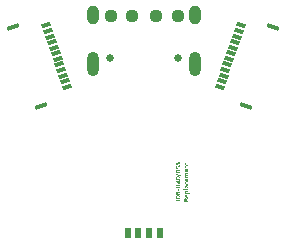
<source format=gbr>
%TF.GenerationSoftware,KiCad,Pcbnew,9.0.0*%
%TF.CreationDate,2025-08-30T20:51:20+01:00*%
%TF.ProjectId,040 055,30343020-3035-4352-9e6b-696361645f70,rev?*%
%TF.SameCoordinates,Original*%
%TF.FileFunction,Soldermask,Top*%
%TF.FilePolarity,Negative*%
%FSLAX46Y46*%
G04 Gerber Fmt 4.6, Leading zero omitted, Abs format (unit mm)*
G04 Created by KiCad (PCBNEW 9.0.0) date 2025-08-30 20:51:20*
%MOMM*%
%LPD*%
G01*
G04 APERTURE LIST*
G04 Aperture macros list*
%AMRoundRect*
0 Rectangle with rounded corners*
0 $1 Rounding radius*
0 $2 $3 $4 $5 $6 $7 $8 $9 X,Y pos of 4 corners*
0 Add a 4 corners polygon primitive as box body*
4,1,4,$2,$3,$4,$5,$6,$7,$8,$9,$2,$3,0*
0 Add four circle primitives for the rounded corners*
1,1,$1+$1,$2,$3*
1,1,$1+$1,$4,$5*
1,1,$1+$1,$6,$7*
1,1,$1+$1,$8,$9*
0 Add four rect primitives between the rounded corners*
20,1,$1+$1,$2,$3,$4,$5,0*
20,1,$1+$1,$4,$5,$6,$7,0*
20,1,$1+$1,$6,$7,$8,$9,0*
20,1,$1+$1,$8,$9,$2,$3,0*%
%AMRotRect*
0 Rectangle, with rotation*
0 The origin of the aperture is its center*
0 $1 length*
0 $2 width*
0 $3 Rotation angle, in degrees counterclockwise*
0 Add horizontal line*
21,1,$1,$2,0,0,$3*%
G04 Aperture macros list end*
%ADD10C,0.075000*%
%ADD11RoundRect,0.237500X0.250000X0.237500X-0.250000X0.237500X-0.250000X-0.237500X0.250000X-0.237500X0*%
%ADD12R,0.600000X0.850000*%
%ADD13RotRect,0.355600X0.762000X289.000000*%
%ADD14RotRect,0.355600X1.041400X289.000000*%
%ADD15RotRect,0.355600X0.762000X71.000000*%
%ADD16RotRect,0.355600X1.041400X71.000000*%
%ADD17C,0.650000*%
%ADD18O,1.000000X1.600000*%
%ADD19O,1.000000X2.100000*%
G04 APERTURE END LIST*
D10*
G36*
X141666252Y-81839260D02*
G01*
X141665020Y-81818722D01*
X141659612Y-81794101D01*
X141650023Y-81772757D01*
X141636389Y-81754818D01*
X141618842Y-81740414D01*
X141597516Y-81729675D01*
X141572546Y-81722730D01*
X141551507Y-81720089D01*
X141536413Y-81719581D01*
X141272337Y-81719581D01*
X141272337Y-81792072D01*
X141541786Y-81792072D01*
X141562087Y-81793974D01*
X141580725Y-81800918D01*
X141595153Y-81814915D01*
X141601997Y-81835172D01*
X141602554Y-81844340D01*
X141600673Y-81864038D01*
X141595588Y-81884374D01*
X141590830Y-81896608D01*
X141646713Y-81917222D01*
X141655412Y-81899009D01*
X141661502Y-81879816D01*
X141665081Y-81859836D01*
X141666252Y-81839260D01*
G37*
G36*
X141481177Y-81297527D02*
G01*
X141502612Y-81300412D01*
X141522902Y-81305143D01*
X141541998Y-81311659D01*
X141568294Y-81324641D01*
X141591624Y-81341287D01*
X141611822Y-81361386D01*
X141628722Y-81384728D01*
X141638073Y-81401986D01*
X141645835Y-81420530D01*
X141651958Y-81440296D01*
X141656393Y-81461223D01*
X141659090Y-81483248D01*
X141660000Y-81506308D01*
X141660000Y-81635073D01*
X141272337Y-81635073D01*
X141272337Y-81504061D01*
X141334766Y-81504061D01*
X141334766Y-81563656D01*
X141597669Y-81563656D01*
X141597669Y-81497808D01*
X141596446Y-81475930D01*
X141592812Y-81455994D01*
X141584303Y-81432512D01*
X141571720Y-81412673D01*
X141555184Y-81396585D01*
X141534816Y-81384357D01*
X141510737Y-81376098D01*
X141490316Y-81372573D01*
X141467927Y-81371388D01*
X141460110Y-81371529D01*
X141437942Y-81373631D01*
X141417750Y-81378201D01*
X141394008Y-81388027D01*
X141374040Y-81401988D01*
X141357997Y-81419937D01*
X141346027Y-81441730D01*
X141339813Y-81460509D01*
X141336038Y-81481306D01*
X141334766Y-81504061D01*
X141272337Y-81504061D01*
X141272337Y-81498492D01*
X141272540Y-81486756D01*
X141274151Y-81464209D01*
X141277341Y-81442924D01*
X141282078Y-81422937D01*
X141292014Y-81395464D01*
X141305249Y-81371102D01*
X141321674Y-81349968D01*
X141341180Y-81332178D01*
X141363658Y-81317847D01*
X141388999Y-81307092D01*
X141417093Y-81300028D01*
X141437298Y-81297427D01*
X141458646Y-81296552D01*
X141481177Y-81297527D01*
G37*
G36*
X141666252Y-81119818D02*
G01*
X141665035Y-81094083D01*
X141661450Y-81070463D01*
X141655599Y-81049049D01*
X141647581Y-81029933D01*
X141633695Y-81008175D01*
X141616373Y-80990877D01*
X141595855Y-80978255D01*
X141572379Y-80970524D01*
X141552973Y-80968065D01*
X141546182Y-80967899D01*
X141521950Y-80970198D01*
X141501699Y-80976694D01*
X141484966Y-80986787D01*
X141465442Y-81007362D01*
X141451216Y-81032660D01*
X141443899Y-81051148D01*
X141437775Y-81070237D01*
X141432378Y-81089325D01*
X141424628Y-81116646D01*
X141415899Y-81140594D01*
X141404620Y-81159145D01*
X141382905Y-81171987D01*
X141375896Y-81172574D01*
X141355935Y-81167543D01*
X141341360Y-81152840D01*
X141333226Y-81132501D01*
X141329823Y-81109829D01*
X141329392Y-81096761D01*
X141330259Y-81075281D01*
X141332788Y-81053599D01*
X141336875Y-81032386D01*
X141342417Y-81012309D01*
X141346196Y-81001604D01*
X141288848Y-80980990D01*
X141281342Y-81000150D01*
X141275249Y-81020551D01*
X141270642Y-81041807D01*
X141267594Y-81063532D01*
X141266180Y-81085340D01*
X141266085Y-81092561D01*
X141267319Y-81117824D01*
X141270950Y-81141307D01*
X141276872Y-81162854D01*
X141284977Y-81182312D01*
X141295159Y-81199528D01*
X141311782Y-81218728D01*
X141331654Y-81233305D01*
X141354522Y-81242895D01*
X141380134Y-81247132D01*
X141386936Y-81247313D01*
X141409870Y-81245024D01*
X141429103Y-81238556D01*
X141451973Y-81222323D01*
X141468984Y-81200046D01*
X141481616Y-81173738D01*
X141488336Y-81154955D01*
X141494207Y-81135874D01*
X141499667Y-81117092D01*
X141508049Y-81090784D01*
X141517975Y-81068506D01*
X141530927Y-81052273D01*
X141555464Y-81043517D01*
X141574632Y-81048172D01*
X141589084Y-81062006D01*
X141597377Y-81081480D01*
X141600926Y-81103539D01*
X141601381Y-81116399D01*
X141600527Y-81137024D01*
X141597971Y-81158788D01*
X141593719Y-81181197D01*
X141587780Y-81203763D01*
X141581547Y-81222332D01*
X141577250Y-81233244D01*
X141635771Y-81253761D01*
X141644030Y-81233920D01*
X141651152Y-81213372D01*
X141657029Y-81192323D01*
X141661553Y-81170983D01*
X141664618Y-81149558D01*
X141666116Y-81128257D01*
X141666252Y-81119818D01*
G37*
G36*
X141543349Y-80918171D02*
G01*
X141543349Y-80752868D01*
X141484926Y-80752868D01*
X141484926Y-80918171D01*
X141543349Y-80918171D01*
G37*
G36*
X141486447Y-80392480D02*
G01*
X141508051Y-80394555D01*
X141528490Y-80397963D01*
X141547715Y-80402663D01*
X141574172Y-80412047D01*
X141597628Y-80424109D01*
X141617920Y-80438709D01*
X141634887Y-80455711D01*
X141648366Y-80474976D01*
X141658194Y-80496366D01*
X141664211Y-80519743D01*
X141666252Y-80544968D01*
X141665358Y-80561781D01*
X141660740Y-80585486D01*
X141652335Y-80607255D01*
X141640307Y-80626956D01*
X141624819Y-80644459D01*
X141606036Y-80659631D01*
X141584121Y-80672340D01*
X141559237Y-80682454D01*
X141531549Y-80689842D01*
X141511614Y-80693187D01*
X141490553Y-80695223D01*
X141468415Y-80695910D01*
X141445793Y-80695207D01*
X141424267Y-80693124D01*
X141403887Y-80689703D01*
X141384704Y-80684982D01*
X141358283Y-80675553D01*
X141334837Y-80663427D01*
X141314534Y-80648741D01*
X141297543Y-80631629D01*
X141284033Y-80612228D01*
X141274175Y-80590674D01*
X141268135Y-80567101D01*
X141266313Y-80544480D01*
X141327927Y-80544480D01*
X141330349Y-80561329D01*
X141339920Y-80579943D01*
X141356300Y-80595547D01*
X141373976Y-80605652D01*
X141395441Y-80613469D01*
X141420442Y-80618839D01*
X141441360Y-80621164D01*
X141464019Y-80621953D01*
X141487418Y-80621148D01*
X141509018Y-80618774D01*
X141528709Y-80614898D01*
X141551804Y-80607504D01*
X141571050Y-80597709D01*
X141589299Y-80582325D01*
X141600621Y-80563732D01*
X141604508Y-80542233D01*
X141602086Y-80525566D01*
X141592521Y-80507170D01*
X141576159Y-80491766D01*
X141558510Y-80481798D01*
X141537089Y-80474092D01*
X141512150Y-80468802D01*
X141491292Y-80466513D01*
X141468709Y-80465736D01*
X141445302Y-80466541D01*
X141423682Y-80468909D01*
X141403962Y-80472770D01*
X141380818Y-80480120D01*
X141361518Y-80489833D01*
X141343203Y-80505047D01*
X141331833Y-80523370D01*
X141327927Y-80544480D01*
X141266313Y-80544480D01*
X141266085Y-80541646D01*
X141266980Y-80524990D01*
X141271602Y-80501493D01*
X141280013Y-80479899D01*
X141292045Y-80460342D01*
X141307533Y-80442958D01*
X141326310Y-80427879D01*
X141348211Y-80415241D01*
X141373069Y-80405178D01*
X141400719Y-80397824D01*
X141420620Y-80394492D01*
X141441639Y-80392464D01*
X141463726Y-80391779D01*
X141486447Y-80392480D01*
G37*
G36*
X141666252Y-80170983D02*
G01*
X141666252Y-80100935D01*
X141272337Y-80100935D01*
X141272337Y-80169029D01*
X141545401Y-80356706D01*
X141582916Y-80356706D01*
X141582916Y-80031863D01*
X141522442Y-80031863D01*
X141521953Y-80309909D01*
X141541200Y-80293691D01*
X141340921Y-80160530D01*
X141326364Y-80170690D01*
X141666252Y-80170983D01*
G37*
G36*
X141486447Y-79692187D02*
G01*
X141508051Y-79694261D01*
X141528490Y-79697670D01*
X141547715Y-79702370D01*
X141574172Y-79711754D01*
X141597628Y-79723816D01*
X141617920Y-79738416D01*
X141634887Y-79755418D01*
X141648366Y-79774683D01*
X141658194Y-79796073D01*
X141664211Y-79819450D01*
X141666252Y-79844675D01*
X141665358Y-79861488D01*
X141660740Y-79885192D01*
X141652335Y-79906961D01*
X141640307Y-79926663D01*
X141624819Y-79944166D01*
X141606036Y-79959338D01*
X141584121Y-79972047D01*
X141559237Y-79982161D01*
X141531549Y-79989549D01*
X141511614Y-79992894D01*
X141490553Y-79994930D01*
X141468415Y-79995617D01*
X141445793Y-79994914D01*
X141424267Y-79992831D01*
X141403887Y-79989410D01*
X141384704Y-79984689D01*
X141358283Y-79975260D01*
X141334837Y-79963134D01*
X141314534Y-79948448D01*
X141297543Y-79931336D01*
X141284033Y-79911935D01*
X141274175Y-79890381D01*
X141268135Y-79866808D01*
X141266313Y-79844186D01*
X141327927Y-79844186D01*
X141330349Y-79861035D01*
X141339920Y-79879650D01*
X141356300Y-79895254D01*
X141373976Y-79905359D01*
X141395441Y-79913176D01*
X141420442Y-79918546D01*
X141441360Y-79920870D01*
X141464019Y-79921660D01*
X141487418Y-79920855D01*
X141509018Y-79918481D01*
X141528709Y-79914604D01*
X141551804Y-79907211D01*
X141571050Y-79897416D01*
X141589299Y-79882032D01*
X141600621Y-79863439D01*
X141604508Y-79841939D01*
X141602086Y-79825273D01*
X141592521Y-79806877D01*
X141576159Y-79791472D01*
X141558510Y-79781505D01*
X141537089Y-79773798D01*
X141512150Y-79768509D01*
X141491292Y-79766220D01*
X141468709Y-79765443D01*
X141445302Y-79766248D01*
X141423682Y-79768616D01*
X141403962Y-79772477D01*
X141380818Y-79779827D01*
X141361518Y-79789540D01*
X141343203Y-79804754D01*
X141331833Y-79823077D01*
X141327927Y-79844186D01*
X141266313Y-79844186D01*
X141266085Y-79841353D01*
X141266980Y-79824697D01*
X141271602Y-79801200D01*
X141280013Y-79779606D01*
X141292045Y-79760049D01*
X141307533Y-79742665D01*
X141326310Y-79727586D01*
X141348211Y-79714948D01*
X141373069Y-79704885D01*
X141400719Y-79697530D01*
X141420620Y-79694199D01*
X141441639Y-79692171D01*
X141463726Y-79691486D01*
X141486447Y-79692187D01*
G37*
G36*
X141725652Y-79659637D02*
G01*
X141725652Y-79594082D01*
X141247327Y-79470593D01*
X141247327Y-79540837D01*
X141725652Y-79659637D01*
G37*
G36*
X141486447Y-79134922D02*
G01*
X141508051Y-79136997D01*
X141528490Y-79140405D01*
X141547715Y-79145105D01*
X141574172Y-79154490D01*
X141597628Y-79166551D01*
X141617920Y-79181152D01*
X141634887Y-79198154D01*
X141648366Y-79217419D01*
X141658194Y-79238809D01*
X141664211Y-79262185D01*
X141666252Y-79287410D01*
X141665358Y-79304224D01*
X141660740Y-79327928D01*
X141652335Y-79349697D01*
X141640307Y-79369399D01*
X141624819Y-79386901D01*
X141606036Y-79402073D01*
X141584121Y-79414782D01*
X141559237Y-79424896D01*
X141531549Y-79432284D01*
X141511614Y-79435629D01*
X141490553Y-79437665D01*
X141468415Y-79438353D01*
X141445793Y-79437649D01*
X141424267Y-79435567D01*
X141403887Y-79432145D01*
X141384704Y-79427424D01*
X141358283Y-79417995D01*
X141334837Y-79405870D01*
X141314534Y-79391183D01*
X141297543Y-79374072D01*
X141284033Y-79354671D01*
X141274175Y-79333116D01*
X141268135Y-79309544D01*
X141266313Y-79286922D01*
X141327927Y-79286922D01*
X141330349Y-79303771D01*
X141339920Y-79322385D01*
X141356300Y-79337989D01*
X141373976Y-79348094D01*
X141395441Y-79355912D01*
X141420442Y-79361281D01*
X141441360Y-79363606D01*
X141464019Y-79364396D01*
X141487418Y-79363590D01*
X141509018Y-79361216D01*
X141528709Y-79357340D01*
X141551804Y-79349946D01*
X141571050Y-79340152D01*
X141589299Y-79324767D01*
X141600621Y-79306174D01*
X141604508Y-79284675D01*
X141602086Y-79268008D01*
X141592521Y-79249613D01*
X141576159Y-79234208D01*
X141558510Y-79224240D01*
X141537089Y-79216534D01*
X141512150Y-79211244D01*
X141491292Y-79208955D01*
X141468709Y-79208178D01*
X141445302Y-79208983D01*
X141423682Y-79211351D01*
X141403962Y-79215212D01*
X141380818Y-79222562D01*
X141361518Y-79232276D01*
X141343203Y-79247489D01*
X141331833Y-79265813D01*
X141327927Y-79286922D01*
X141266313Y-79286922D01*
X141266085Y-79284089D01*
X141266980Y-79267433D01*
X141271602Y-79243935D01*
X141280013Y-79222341D01*
X141292045Y-79202785D01*
X141307533Y-79185400D01*
X141326310Y-79170322D01*
X141348211Y-79157684D01*
X141373069Y-79147620D01*
X141400719Y-79140266D01*
X141420620Y-79136934D01*
X141441639Y-79134906D01*
X141463726Y-79134221D01*
X141486447Y-79134922D01*
G37*
G36*
X141666252Y-78972533D02*
G01*
X141664955Y-78946819D01*
X141661132Y-78922971D01*
X141654883Y-78901134D01*
X141646309Y-78881452D01*
X141635511Y-78864071D01*
X141622591Y-78849135D01*
X141602236Y-78833274D01*
X141578526Y-78822361D01*
X141558686Y-78817631D01*
X141537194Y-78816022D01*
X141517531Y-78817398D01*
X141493824Y-78823429D01*
X141473144Y-78834098D01*
X141455659Y-78849234D01*
X141441539Y-78868668D01*
X141430953Y-78892228D01*
X141425435Y-78912503D01*
X141422072Y-78934931D01*
X141420935Y-78959441D01*
X141421751Y-78979147D01*
X141424972Y-78999294D01*
X141429630Y-79014152D01*
X141451905Y-78996371D01*
X141335059Y-78991095D01*
X141335059Y-78835659D01*
X141272337Y-78835659D01*
X141272337Y-79059972D01*
X141487271Y-79069839D01*
X141483826Y-79050289D01*
X141481104Y-79029502D01*
X141479316Y-79008881D01*
X141478674Y-78989825D01*
X141479795Y-78967733D01*
X141483104Y-78948148D01*
X141490185Y-78927399D01*
X141502785Y-78908321D01*
X141519591Y-78896025D01*
X141540316Y-78890965D01*
X141544131Y-78890858D01*
X141563562Y-78893993D01*
X141581666Y-78905194D01*
X141594520Y-78923888D01*
X141601095Y-78945373D01*
X141603272Y-78966809D01*
X141603335Y-78971458D01*
X141602143Y-78993903D01*
X141599304Y-79013382D01*
X141594898Y-79032568D01*
X141587917Y-79053933D01*
X141580474Y-79070816D01*
X141637138Y-79090844D01*
X141646827Y-79070153D01*
X141654636Y-79048755D01*
X141660501Y-79026668D01*
X141664355Y-79003906D01*
X141665983Y-78984433D01*
X141666252Y-78972533D01*
G37*
G36*
X141666252Y-78657557D02*
G01*
X141664955Y-78631844D01*
X141661132Y-78607996D01*
X141654883Y-78586158D01*
X141646309Y-78566477D01*
X141635511Y-78549095D01*
X141622591Y-78534159D01*
X141602236Y-78518298D01*
X141578526Y-78507386D01*
X141558686Y-78502655D01*
X141537194Y-78501046D01*
X141517531Y-78502423D01*
X141493824Y-78508453D01*
X141473144Y-78519122D01*
X141455659Y-78534258D01*
X141441539Y-78553692D01*
X141430953Y-78577252D01*
X141425435Y-78597527D01*
X141422072Y-78619956D01*
X141420935Y-78644466D01*
X141421751Y-78664172D01*
X141424972Y-78684318D01*
X141429630Y-78699176D01*
X141451905Y-78681395D01*
X141335059Y-78676119D01*
X141335059Y-78520683D01*
X141272337Y-78520683D01*
X141272337Y-78744996D01*
X141487271Y-78754863D01*
X141483826Y-78735313D01*
X141481104Y-78714527D01*
X141479316Y-78693905D01*
X141478674Y-78674849D01*
X141479795Y-78652757D01*
X141483104Y-78633172D01*
X141490185Y-78612423D01*
X141502785Y-78593345D01*
X141519591Y-78581049D01*
X141540316Y-78575990D01*
X141544131Y-78575882D01*
X141563562Y-78579017D01*
X141581666Y-78590218D01*
X141594520Y-78608912D01*
X141601095Y-78630397D01*
X141603272Y-78651833D01*
X141603335Y-78656482D01*
X141602143Y-78678928D01*
X141599304Y-78698406D01*
X141594898Y-78717593D01*
X141587917Y-78738958D01*
X141580474Y-78755840D01*
X141637138Y-78775868D01*
X141646827Y-78755177D01*
X141654636Y-78733780D01*
X141660501Y-78711692D01*
X141664355Y-78688930D01*
X141665983Y-78669457D01*
X141666252Y-78657557D01*
G37*
G36*
X142332000Y-81837696D02*
G01*
X142332000Y-81765400D01*
X142007352Y-81765400D01*
X142007352Y-81702386D01*
X142008992Y-81682410D01*
X142015136Y-81662341D01*
X142027707Y-81644701D01*
X142045679Y-81633752D01*
X142065046Y-81630070D01*
X142068608Y-81629992D01*
X142090446Y-81633137D01*
X142109625Y-81644229D01*
X142120860Y-81660232D01*
X142126462Y-81681871D01*
X142127031Y-81692811D01*
X142127031Y-81788555D01*
X142188189Y-81788555D01*
X142188189Y-81702386D01*
X142186798Y-81678414D01*
X142182724Y-81656112D01*
X142176118Y-81635630D01*
X142167133Y-81617119D01*
X142155919Y-81600728D01*
X142137761Y-81582432D01*
X142116267Y-81568530D01*
X142091797Y-81559377D01*
X142071706Y-81555843D01*
X142057568Y-81555156D01*
X142032114Y-81557565D01*
X142009623Y-81564644D01*
X141990228Y-81576171D01*
X141974062Y-81591927D01*
X141961256Y-81611690D01*
X141951945Y-81635239D01*
X141947335Y-81655252D01*
X141944821Y-81677178D01*
X141944337Y-81692811D01*
X141944337Y-81837696D01*
X142332000Y-81837696D01*
G37*
G36*
X142332000Y-81617096D02*
G01*
X142332000Y-81530439D01*
X142158196Y-81636831D01*
X142158196Y-81716943D01*
X142332000Y-81617096D01*
G37*
G36*
X142338252Y-81348234D02*
G01*
X142337309Y-81326829D01*
X142334519Y-81305234D01*
X142329945Y-81283901D01*
X142323648Y-81263286D01*
X142319299Y-81252002D01*
X142269278Y-81267829D01*
X142276173Y-81286732D01*
X142280943Y-81306225D01*
X142283459Y-81325877D01*
X142283835Y-81336705D01*
X142282247Y-81357425D01*
X142275839Y-81379629D01*
X142264582Y-81397647D01*
X142248552Y-81411399D01*
X142227822Y-81420800D01*
X142207904Y-81425133D01*
X142185063Y-81426587D01*
X142162605Y-81425076D01*
X142140406Y-81419353D01*
X142123532Y-81409495D01*
X142110778Y-81392955D01*
X142105716Y-81371197D01*
X142105635Y-81367675D01*
X142108913Y-81346645D01*
X142120369Y-81328270D01*
X142136733Y-81317555D01*
X142158635Y-81312234D01*
X142169627Y-81311695D01*
X142169627Y-81436454D01*
X142213200Y-81436454D01*
X142213200Y-81247606D01*
X142193428Y-81245420D01*
X142173760Y-81244484D01*
X142172558Y-81244479D01*
X142152190Y-81245662D01*
X142127515Y-81250811D01*
X142105874Y-81259845D01*
X142087485Y-81272554D01*
X142072564Y-81288722D01*
X142061326Y-81308138D01*
X142053989Y-81330589D01*
X142050768Y-81355861D01*
X142050632Y-81362595D01*
X142052137Y-81384650D01*
X142056552Y-81405166D01*
X142063727Y-81424006D01*
X142073512Y-81441031D01*
X142090358Y-81460671D01*
X142105648Y-81472927D01*
X142123046Y-81482911D01*
X142142404Y-81490483D01*
X142163569Y-81495507D01*
X142186394Y-81497845D01*
X142194344Y-81498003D01*
X142218798Y-81496519D01*
X142241219Y-81492135D01*
X142261524Y-81484957D01*
X142279634Y-81475087D01*
X142295466Y-81462632D01*
X142308940Y-81447694D01*
X142319975Y-81430379D01*
X142328489Y-81410790D01*
X142334401Y-81389033D01*
X142337630Y-81365211D01*
X142338252Y-81348234D01*
G37*
G36*
X142338252Y-81044200D02*
G01*
X142336692Y-81024092D01*
X142329953Y-80999280D01*
X142318240Y-80977090D01*
X142301933Y-80957889D01*
X142281413Y-80942044D01*
X142263488Y-80932584D01*
X142243570Y-80925374D01*
X142221818Y-80920569D01*
X142198393Y-80918324D01*
X142190241Y-80918171D01*
X142167563Y-80919436D01*
X142146448Y-80923140D01*
X142127041Y-80929146D01*
X142104075Y-80940496D01*
X142084752Y-80955370D01*
X142069416Y-80973441D01*
X142058415Y-80994385D01*
X142052094Y-81017876D01*
X142050632Y-81036971D01*
X142052216Y-81056579D01*
X142058146Y-81078489D01*
X142068218Y-81098304D01*
X142082160Y-81115682D01*
X142099702Y-81130279D01*
X142109739Y-81136426D01*
X142143444Y-81118352D01*
X142128351Y-81104549D01*
X142117696Y-81087619D01*
X142111972Y-81068423D01*
X142111106Y-81057096D01*
X142114451Y-81035819D01*
X142124141Y-81018111D01*
X142139657Y-81004409D01*
X142160483Y-80995149D01*
X142181520Y-80991140D01*
X142195614Y-80990467D01*
X142217802Y-80992175D01*
X142236988Y-80997180D01*
X142255613Y-81007283D01*
X142270596Y-81024321D01*
X142277044Y-81043070D01*
X142277875Y-81053774D01*
X142274541Y-81075221D01*
X142265053Y-81093891D01*
X142250178Y-81108770D01*
X142230688Y-81118841D01*
X142273772Y-81139064D01*
X142291631Y-81130436D01*
X142309528Y-81116628D01*
X142323331Y-81099428D01*
X142332785Y-81079234D01*
X142337634Y-81056444D01*
X142338252Y-81044200D01*
G37*
G36*
X142450799Y-81180683D02*
G01*
X142450799Y-81111611D01*
X142107394Y-81111611D01*
X142056884Y-81132421D01*
X142056884Y-81180683D01*
X142450799Y-81180683D01*
G37*
G36*
X142338252Y-80778171D02*
G01*
X142336784Y-80757819D01*
X142332606Y-80738013D01*
X142328482Y-80726196D01*
X142280513Y-80740851D01*
X142283835Y-80758143D01*
X142276019Y-80777255D01*
X142257334Y-80783732D01*
X142253842Y-80783837D01*
X141919327Y-80783837D01*
X141919327Y-80854375D01*
X142262635Y-80854375D01*
X142283376Y-80852315D01*
X142304298Y-80844620D01*
X142320542Y-80831588D01*
X142331737Y-80813602D01*
X142337513Y-80791045D01*
X142338252Y-80778171D01*
G37*
G36*
X142332000Y-80512728D02*
G01*
X142332000Y-80461632D01*
X142167478Y-80461632D01*
X142146942Y-80462739D01*
X142122549Y-80467636D01*
X142101618Y-80476400D01*
X142084203Y-80488986D01*
X142070356Y-80505348D01*
X142060130Y-80525439D01*
X142053577Y-80549215D01*
X142051105Y-80569438D01*
X142050632Y-80584047D01*
X142051651Y-80606162D01*
X142054625Y-80628333D01*
X142059424Y-80650082D01*
X142065923Y-80670930D01*
X142073993Y-80690397D01*
X142077010Y-80696496D01*
X142127422Y-80679594D01*
X142120582Y-80661179D01*
X142114844Y-80640616D01*
X142111306Y-80620647D01*
X142109934Y-80598994D01*
X142111773Y-80576620D01*
X142118533Y-80556042D01*
X142132279Y-80540080D01*
X142152367Y-80532494D01*
X142161518Y-80531876D01*
X142279438Y-80531876D01*
X142332000Y-80512728D01*
G37*
G36*
X142338252Y-80607592D02*
G01*
X142336662Y-80585970D01*
X142331958Y-80566055D01*
X142324244Y-80548004D01*
X142310522Y-80528301D01*
X142292453Y-80512066D01*
X142275002Y-80501783D01*
X142254999Y-80494074D01*
X142244072Y-80491234D01*
X142233423Y-80514389D01*
X142251219Y-80522917D01*
X142267226Y-80538082D01*
X142276810Y-80555183D01*
X142281674Y-80575012D01*
X142282174Y-80584144D01*
X142278975Y-80605007D01*
X142267362Y-80622798D01*
X142248952Y-80630008D01*
X142247003Y-80630062D01*
X142227917Y-80622242D01*
X142217950Y-80604478D01*
X142213230Y-80584917D01*
X142210795Y-80564866D01*
X142209482Y-80540700D01*
X142209194Y-80519762D01*
X142169431Y-80519762D01*
X142169743Y-80542607D01*
X142170684Y-80563823D01*
X142172268Y-80583431D01*
X142175874Y-80609874D01*
X142180993Y-80632821D01*
X142187665Y-80652342D01*
X142199047Y-80673169D01*
X142213360Y-80688208D01*
X142230698Y-80697630D01*
X142251158Y-80701608D01*
X142256773Y-80701772D01*
X142278648Y-80699142D01*
X142297619Y-80691499D01*
X142313357Y-80679208D01*
X142325532Y-80662636D01*
X142333816Y-80642150D01*
X142337881Y-80618116D01*
X142338252Y-80607592D01*
G37*
G36*
X142338252Y-80266629D02*
G01*
X142337219Y-80245277D01*
X142334142Y-80224712D01*
X142329050Y-80205163D01*
X142321974Y-80186856D01*
X142317052Y-80177040D01*
X142267324Y-80192867D01*
X142274368Y-80211195D01*
X142279119Y-80231449D01*
X142280709Y-80250899D01*
X142278381Y-80272960D01*
X142271537Y-80291680D01*
X142257652Y-80309505D01*
X142237914Y-80322004D01*
X142217251Y-80328146D01*
X142192976Y-80330229D01*
X142169999Y-80328339D01*
X142150611Y-80322720D01*
X142132258Y-80311166D01*
X142119469Y-80294491D01*
X142112460Y-80272830D01*
X142111106Y-80255687D01*
X142112660Y-80234312D01*
X142116636Y-80214239D01*
X142122871Y-80194905D01*
X142123612Y-80193063D01*
X142067143Y-80177920D01*
X142060111Y-80196386D01*
X142054930Y-80216254D01*
X142051728Y-80236982D01*
X142050632Y-80258031D01*
X142052147Y-80281903D01*
X142056613Y-80304026D01*
X142063908Y-80324269D01*
X142073914Y-80342502D01*
X142086509Y-80358593D01*
X142101573Y-80372413D01*
X142118986Y-80383829D01*
X142138628Y-80392711D01*
X142160378Y-80398929D01*
X142184117Y-80402351D01*
X142200988Y-80403014D01*
X142224510Y-80401688D01*
X142246016Y-80397761D01*
X142265439Y-80391315D01*
X142287986Y-80378935D01*
X142306563Y-80362403D01*
X142321017Y-80341906D01*
X142329059Y-80324044D01*
X142334631Y-80304137D01*
X142337668Y-80282264D01*
X142338252Y-80266629D01*
G37*
G36*
X142338252Y-79987508D02*
G01*
X142337309Y-79966103D01*
X142334519Y-79944508D01*
X142329945Y-79923175D01*
X142323648Y-79902560D01*
X142319299Y-79891276D01*
X142269278Y-79907103D01*
X142276173Y-79926006D01*
X142280943Y-79945499D01*
X142283459Y-79965151D01*
X142283835Y-79975980D01*
X142282247Y-79996700D01*
X142275839Y-80018903D01*
X142264582Y-80036922D01*
X142248552Y-80050673D01*
X142227822Y-80060074D01*
X142207904Y-80064407D01*
X142185063Y-80065861D01*
X142162605Y-80064350D01*
X142140406Y-80058627D01*
X142123532Y-80048769D01*
X142110778Y-80032229D01*
X142105716Y-80010471D01*
X142105635Y-80006950D01*
X142108913Y-79985920D01*
X142120369Y-79967544D01*
X142136733Y-79956830D01*
X142158635Y-79951508D01*
X142169627Y-79950969D01*
X142169627Y-80075728D01*
X142213200Y-80075728D01*
X142213200Y-79886880D01*
X142193428Y-79884694D01*
X142173760Y-79883758D01*
X142172558Y-79883754D01*
X142152190Y-79884936D01*
X142127515Y-79890085D01*
X142105874Y-79899120D01*
X142087485Y-79911828D01*
X142072564Y-79927997D01*
X142061326Y-79947413D01*
X142053989Y-79969863D01*
X142050768Y-79995135D01*
X142050632Y-80001869D01*
X142052137Y-80023924D01*
X142056552Y-80044441D01*
X142063727Y-80063280D01*
X142073512Y-80080305D01*
X142090358Y-80099945D01*
X142105648Y-80112202D01*
X142123046Y-80122185D01*
X142142404Y-80129757D01*
X142163569Y-80134781D01*
X142186394Y-80137119D01*
X142194344Y-80137278D01*
X142218798Y-80135793D01*
X142241219Y-80131410D01*
X142261524Y-80124231D01*
X142279634Y-80114362D01*
X142295466Y-80101906D01*
X142308940Y-80086968D01*
X142319975Y-80069653D01*
X142328489Y-80050065D01*
X142334401Y-80028307D01*
X142337630Y-80004485D01*
X142338252Y-79987508D01*
G37*
G36*
X142332000Y-79463949D02*
G01*
X142332000Y-79392532D01*
X142160541Y-79392532D01*
X142136099Y-79394272D01*
X142114393Y-79399380D01*
X142095583Y-79407690D01*
X142076390Y-79422323D01*
X142062290Y-79441370D01*
X142054889Y-79459567D01*
X142051112Y-79480213D01*
X142050632Y-79491402D01*
X142052413Y-79512922D01*
X142057669Y-79533528D01*
X142066269Y-79552903D01*
X142078082Y-79570729D01*
X142092975Y-79586690D01*
X142098601Y-79591541D01*
X142142662Y-79580892D01*
X142128467Y-79564808D01*
X142118679Y-79546897D01*
X142113533Y-79527421D01*
X142112767Y-79516022D01*
X142115608Y-79495784D01*
X142125703Y-79478697D01*
X142142930Y-79468090D01*
X142163707Y-79464154D01*
X142170604Y-79463949D01*
X142332000Y-79463949D01*
G37*
G36*
X142332000Y-79819957D02*
G01*
X142332000Y-79748541D01*
X142105440Y-79748541D01*
X142056884Y-79768862D01*
X142056884Y-79819957D01*
X142332000Y-79819957D01*
G37*
G36*
X142332000Y-79641953D02*
G01*
X142332000Y-79570537D01*
X142162495Y-79570537D01*
X142137408Y-79572280D01*
X142115217Y-79577394D01*
X142096060Y-79585704D01*
X142080075Y-79597037D01*
X142064767Y-79615188D01*
X142054902Y-79637450D01*
X142051112Y-79657992D01*
X142050632Y-79669113D01*
X142052413Y-79690769D01*
X142057669Y-79711461D01*
X142066269Y-79730882D01*
X142078082Y-79748728D01*
X142092975Y-79764694D01*
X142098601Y-79769546D01*
X142142662Y-79758897D01*
X142128467Y-79742828D01*
X142118679Y-79724942D01*
X142113533Y-79705458D01*
X142112767Y-79694026D01*
X142115608Y-79673788D01*
X142125703Y-79656701D01*
X142142930Y-79646094D01*
X142163707Y-79642158D01*
X142170604Y-79641953D01*
X142332000Y-79641953D01*
G37*
G36*
X142338252Y-79184437D02*
G01*
X142337309Y-79163033D01*
X142334519Y-79141437D01*
X142329945Y-79120105D01*
X142323648Y-79099489D01*
X142319299Y-79088206D01*
X142269278Y-79104033D01*
X142276173Y-79122936D01*
X142280943Y-79142429D01*
X142283459Y-79162081D01*
X142283835Y-79172909D01*
X142282247Y-79193629D01*
X142275839Y-79215832D01*
X142264582Y-79233851D01*
X142248552Y-79247602D01*
X142227822Y-79257004D01*
X142207904Y-79261337D01*
X142185063Y-79262791D01*
X142162605Y-79261280D01*
X142140406Y-79255557D01*
X142123532Y-79245699D01*
X142110778Y-79229158D01*
X142105716Y-79207400D01*
X142105635Y-79203879D01*
X142108913Y-79182849D01*
X142120369Y-79164473D01*
X142136733Y-79153759D01*
X142158635Y-79148437D01*
X142169627Y-79147899D01*
X142169627Y-79272658D01*
X142213200Y-79272658D01*
X142213200Y-79083809D01*
X142193428Y-79081623D01*
X142173760Y-79080687D01*
X142172558Y-79080683D01*
X142152190Y-79081866D01*
X142127515Y-79087014D01*
X142105874Y-79096049D01*
X142087485Y-79108757D01*
X142072564Y-79124926D01*
X142061326Y-79144342D01*
X142053989Y-79166793D01*
X142050768Y-79192065D01*
X142050632Y-79198799D01*
X142052137Y-79220854D01*
X142056552Y-79241370D01*
X142063727Y-79260210D01*
X142073512Y-79277235D01*
X142090358Y-79296875D01*
X142105648Y-79309131D01*
X142123046Y-79319114D01*
X142142404Y-79326687D01*
X142163569Y-79331711D01*
X142186394Y-79334049D01*
X142194344Y-79334207D01*
X142218798Y-79332723D01*
X142241219Y-79328339D01*
X142261524Y-79321160D01*
X142279634Y-79311291D01*
X142295466Y-79298835D01*
X142308940Y-79283898D01*
X142319975Y-79266583D01*
X142328489Y-79246994D01*
X142334401Y-79225237D01*
X142337630Y-79201414D01*
X142338252Y-79184437D01*
G37*
G36*
X142332000Y-78837515D02*
G01*
X142332000Y-78766098D01*
X142160541Y-78766098D01*
X142136099Y-78767851D01*
X142114393Y-78772995D01*
X142095583Y-78781359D01*
X142076390Y-78796078D01*
X142062290Y-78815225D01*
X142054889Y-78833504D01*
X142051112Y-78854230D01*
X142050632Y-78865456D01*
X142052413Y-78887186D01*
X142057669Y-78907981D01*
X142066269Y-78927524D01*
X142078082Y-78945498D01*
X142092975Y-78961586D01*
X142098601Y-78966475D01*
X142142662Y-78955826D01*
X142128467Y-78939553D01*
X142118679Y-78921408D01*
X142113533Y-78901652D01*
X142112767Y-78890076D01*
X142115608Y-78869700D01*
X142125703Y-78852452D01*
X142142930Y-78841717D01*
X142163707Y-78837723D01*
X142170604Y-78837515D01*
X142332000Y-78837515D01*
G37*
G36*
X142332000Y-79016887D02*
G01*
X142332000Y-78945470D01*
X142105440Y-78945470D01*
X142056884Y-78965791D01*
X142056884Y-79016887D01*
X142332000Y-79016887D01*
G37*
G36*
X142338252Y-78582721D02*
G01*
X142337026Y-78563112D01*
X142333571Y-78543577D01*
X142328775Y-78526643D01*
X142277778Y-78541004D01*
X142282724Y-78560650D01*
X142283053Y-78567187D01*
X142279500Y-78586468D01*
X142266452Y-78602613D01*
X142247633Y-78608911D01*
X142243193Y-78609099D01*
X141977945Y-78609099D01*
X141977945Y-78679636D01*
X142247785Y-78679636D01*
X142267829Y-78677952D01*
X142289756Y-78671265D01*
X142307951Y-78659750D01*
X142322134Y-78643693D01*
X142332030Y-78623377D01*
X142336673Y-78604248D01*
X142338252Y-78582721D01*
G37*
G36*
X142113939Y-78717543D02*
G01*
X142113939Y-78540613D01*
X142056884Y-78540613D01*
X142056884Y-78717543D01*
X142113939Y-78717543D01*
G37*
D11*
%TO.C,R2*%
X141425000Y-66100000D03*
X139600000Y-66100000D03*
%TD*%
D12*
%TO.C,D1*%
X137200000Y-84500000D03*
X138100000Y-84500000D03*
X139000000Y-84500000D03*
X139900000Y-84500000D03*
%TD*%
D13*
%TO.C,J2*%
X130276180Y-66910365D03*
X130438964Y-67383123D03*
X130601749Y-67855884D03*
X130764531Y-68328643D03*
X130927316Y-68801401D03*
X131090101Y-69274161D03*
X131252885Y-69746920D03*
X131415669Y-70219681D03*
X131578453Y-70692439D03*
X131741238Y-71165197D03*
X131904021Y-71637959D03*
X132066805Y-72110717D03*
D14*
X127513357Y-67026160D03*
X129818380Y-73720433D03*
%TD*%
D15*
%TO.C,J3*%
X144983195Y-72110717D03*
X145145979Y-71637959D03*
X145308762Y-71165197D03*
X145471547Y-70692439D03*
X145634331Y-70219681D03*
X145797115Y-69746920D03*
X145959899Y-69274161D03*
X146122684Y-68801401D03*
X146285469Y-68328643D03*
X146448251Y-67855884D03*
X146611036Y-67383123D03*
X146773820Y-66910365D03*
D16*
X147231620Y-73720433D03*
X149536643Y-67026160D03*
%TD*%
D11*
%TO.C,R1*%
X137575000Y-66100000D03*
X135750000Y-66100000D03*
%TD*%
D17*
%TO.C,J1*%
X135710000Y-69650000D03*
X141490000Y-69650000D03*
D18*
X134280000Y-66000000D03*
D19*
X134280000Y-70180000D03*
D18*
X142920000Y-66000000D03*
D19*
X142920000Y-70180000D03*
%TD*%
M02*

</source>
